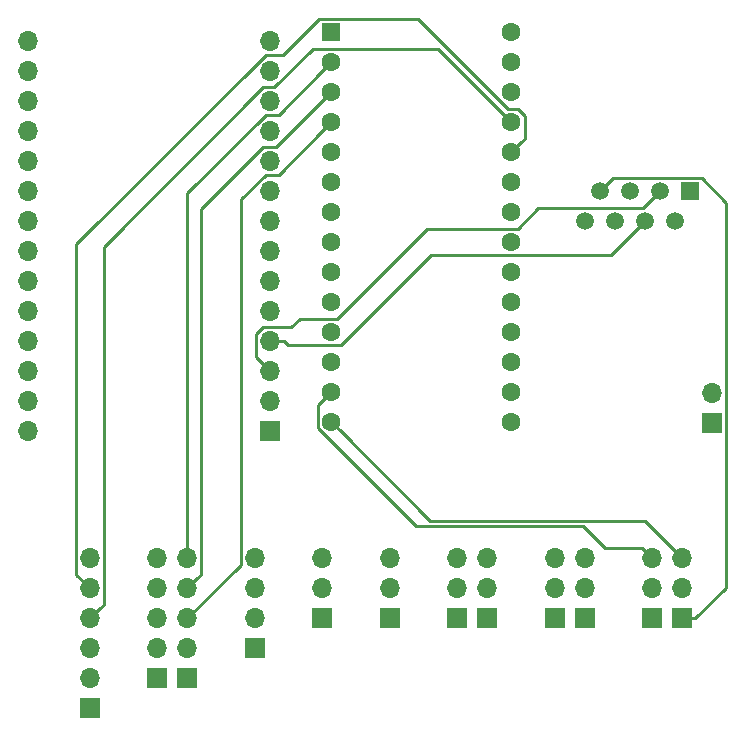
<source format=gbr>
G04 #@! TF.GenerationSoftware,KiCad,Pcbnew,(5.1.2)-2*
G04 #@! TF.CreationDate,2019-09-03T22:16:40-05:00*
G04 #@! TF.ProjectId,ControlBoardT4_Rev1,436f6e74-726f-46c4-926f-61726454345f,rev?*
G04 #@! TF.SameCoordinates,Original*
G04 #@! TF.FileFunction,Copper,L2,Bot*
G04 #@! TF.FilePolarity,Positive*
%FSLAX46Y46*%
G04 Gerber Fmt 4.6, Leading zero omitted, Abs format (unit mm)*
G04 Created by KiCad (PCBNEW (5.1.2)-2) date 2019-09-03 22:16:40*
%MOMM*%
%LPD*%
G04 APERTURE LIST*
%ADD10R,1.700000X1.700000*%
%ADD11O,1.700000X1.700000*%
%ADD12R,1.500000X1.500000*%
%ADD13C,1.500000*%
%ADD14C,1.600000*%
%ADD15R,1.600000X1.600000*%
%ADD16C,0.250000*%
G04 APERTURE END LIST*
D10*
X140970000Y-106680000D03*
D11*
X120470000Y-106680000D03*
X140970000Y-104140000D03*
X120470000Y-104140000D03*
X140970000Y-101600000D03*
X120470000Y-101600000D03*
X140970000Y-99060000D03*
X120470000Y-99060000D03*
X140970000Y-96520000D03*
X120470000Y-96520000D03*
X140970000Y-93980000D03*
X120470000Y-93980000D03*
X140970000Y-91440000D03*
X120470000Y-91440000D03*
X140970000Y-88900000D03*
X120470000Y-88900000D03*
X140970000Y-86360000D03*
X120470000Y-86360000D03*
X140970000Y-83820000D03*
X120470000Y-83820000D03*
X140970000Y-81280000D03*
X120470000Y-81280000D03*
X140970000Y-78740000D03*
X120470000Y-78740000D03*
X140970000Y-76200000D03*
X120470000Y-76200000D03*
X140970000Y-73660000D03*
X120470000Y-73660000D03*
D10*
X178435000Y-106045000D03*
D11*
X178435000Y-103505000D03*
X165100000Y-117475000D03*
X167640000Y-117475000D03*
X165100000Y-120015000D03*
X167640000Y-120015000D03*
D10*
X167640000Y-122555000D03*
X165100000Y-122555000D03*
X159385000Y-122555000D03*
D11*
X159385000Y-120015000D03*
X156845000Y-120015000D03*
X159385000Y-117475000D03*
X156845000Y-117475000D03*
D10*
X156845000Y-122555000D03*
X133985000Y-127635000D03*
D11*
X133985000Y-125095000D03*
X131445000Y-125095000D03*
X133985000Y-122555000D03*
X131445000Y-122555000D03*
X133985000Y-120015000D03*
X131445000Y-120015000D03*
X133985000Y-117475000D03*
X131445000Y-117475000D03*
D10*
X131445000Y-127635000D03*
X175895000Y-122555000D03*
D11*
X175895000Y-120015000D03*
X173355000Y-120015000D03*
X175895000Y-117475000D03*
X173355000Y-117475000D03*
D10*
X173355000Y-122555000D03*
X139700000Y-125095000D03*
D11*
X139700000Y-122555000D03*
X139700000Y-120015000D03*
X139700000Y-117475000D03*
D10*
X145415000Y-122555000D03*
D11*
X145415000Y-120015000D03*
X145415000Y-117475000D03*
X151130000Y-117475000D03*
X151130000Y-120015000D03*
D10*
X151130000Y-122555000D03*
D12*
X176530000Y-86360000D03*
D13*
X175260000Y-88900000D03*
X173990000Y-86360000D03*
X172720000Y-88900000D03*
X171450000Y-86360000D03*
X170180000Y-88900000D03*
X168910000Y-86360000D03*
X167640000Y-88900000D03*
D10*
X125730000Y-130175000D03*
D11*
X125730000Y-127635000D03*
X125730000Y-125095000D03*
X125730000Y-122555000D03*
X125730000Y-120015000D03*
X125730000Y-117475000D03*
D14*
X146177000Y-105918000D03*
X146177000Y-103378000D03*
X146177000Y-100838000D03*
X146177000Y-98298000D03*
X146177000Y-95758000D03*
X146177000Y-93218000D03*
X146177000Y-90678000D03*
X146177000Y-88138000D03*
X146177000Y-85598000D03*
X146177000Y-83058000D03*
X146177000Y-80518000D03*
X146177000Y-77978000D03*
X146177000Y-75438000D03*
D15*
X146177000Y-72898000D03*
D14*
X161417000Y-105918000D03*
X161417000Y-103378000D03*
X161417000Y-100838000D03*
X161417000Y-98298000D03*
X161417000Y-95758000D03*
X161417000Y-93218000D03*
X161417000Y-90678000D03*
X161417000Y-88138000D03*
X161417000Y-85598000D03*
X161417000Y-83058000D03*
X161417000Y-80518000D03*
X161417000Y-77978000D03*
X161417000Y-75438000D03*
X161417000Y-72898000D03*
D16*
X145051999Y-104503001D02*
X145377001Y-104177999D01*
X153344008Y-114750010D02*
X145051999Y-106458001D01*
X167455010Y-114750010D02*
X153344008Y-114750010D01*
X145051999Y-106458001D02*
X145051999Y-104503001D01*
X169330001Y-116625001D02*
X167455010Y-114750010D01*
X145377001Y-104177999D02*
X146177000Y-103378000D01*
X172505001Y-116625001D02*
X169330001Y-116625001D01*
X173355000Y-117475000D02*
X172505001Y-116625001D01*
X146976999Y-106717999D02*
X146177000Y-105918000D01*
X154559000Y-114300000D02*
X146976999Y-106717999D01*
X172720000Y-114300000D02*
X154559000Y-114300000D01*
X175895000Y-117475000D02*
X172720000Y-114300000D01*
X145377001Y-81317999D02*
X146177000Y-80518000D01*
X141699999Y-84995001D02*
X145377001Y-81317999D01*
X140595997Y-84995001D02*
X141699999Y-84995001D01*
X138524999Y-87065999D02*
X140595997Y-84995001D01*
X138524999Y-118015001D02*
X138524999Y-87065999D01*
X133985000Y-122555000D02*
X138524999Y-118015001D01*
X134834999Y-119165001D02*
X133985000Y-120015000D01*
X135160001Y-118839999D02*
X134834999Y-119165001D01*
X135160001Y-87890997D02*
X135160001Y-118839999D01*
X140405999Y-82644999D02*
X135160001Y-87890997D01*
X141510001Y-82644999D02*
X140405999Y-82644999D01*
X146177000Y-77978000D02*
X141510001Y-82644999D01*
X145377001Y-76237999D02*
X146177000Y-75438000D01*
X141699999Y-79915001D02*
X145377001Y-76237999D01*
X140595997Y-79915001D02*
X141699999Y-79915001D01*
X133985000Y-86525998D02*
X140595997Y-79915001D01*
X133985000Y-117475000D02*
X133985000Y-86525998D01*
X126579999Y-121705001D02*
X125730000Y-122555000D01*
X126905001Y-121379999D02*
X126579999Y-121705001D01*
X126905001Y-91065997D02*
X126905001Y-121379999D01*
X140405999Y-77564999D02*
X126905001Y-91065997D01*
X141344003Y-77564999D02*
X140405999Y-77564999D01*
X144596003Y-74312999D02*
X141344003Y-77564999D01*
X155211999Y-74312999D02*
X144596003Y-74312999D01*
X161417000Y-80518000D02*
X155211999Y-74312999D01*
X162542001Y-81932999D02*
X162216999Y-82258001D01*
X162542001Y-79977999D02*
X162542001Y-81932999D01*
X161957001Y-79392999D02*
X162542001Y-79977999D01*
X161166997Y-79392999D02*
X161957001Y-79392999D01*
X153546997Y-71772999D02*
X161166997Y-79392999D01*
X162216999Y-82258001D02*
X161417000Y-83058000D01*
X142054997Y-74835001D02*
X145116999Y-71772999D01*
X140595997Y-74835001D02*
X142054997Y-74835001D01*
X124554999Y-90875999D02*
X140595997Y-74835001D01*
X124554999Y-118839999D02*
X124554999Y-90875999D01*
X145116999Y-71772999D02*
X153546997Y-71772999D01*
X125730000Y-120015000D02*
X124554999Y-118839999D01*
X169659999Y-85610001D02*
X168910000Y-86360000D01*
X169985001Y-85284999D02*
X169659999Y-85610001D01*
X177540001Y-85284999D02*
X169985001Y-85284999D01*
X179610001Y-119939999D02*
X179610001Y-87354999D01*
X179610001Y-87354999D02*
X177540001Y-85284999D01*
X176995000Y-122555000D02*
X179610001Y-119939999D01*
X175895000Y-122555000D02*
X176995000Y-122555000D01*
X139794999Y-100424999D02*
X140120001Y-100750001D01*
X142780001Y-97884999D02*
X140405999Y-97884999D01*
X140120001Y-100750001D02*
X140970000Y-101600000D01*
X143492001Y-97172999D02*
X142780001Y-97884999D01*
X139794999Y-98495999D02*
X139794999Y-100424999D01*
X146667001Y-97172999D02*
X143492001Y-97172999D01*
X154287001Y-89552999D02*
X146667001Y-97172999D01*
X161957001Y-89552999D02*
X154287001Y-89552999D01*
X140405999Y-97884999D02*
X139794999Y-98495999D01*
X163685001Y-87824999D02*
X161957001Y-89552999D01*
X172525001Y-87824999D02*
X163685001Y-87824999D01*
X173990000Y-86360000D02*
X172525001Y-87824999D01*
X142535082Y-99423001D02*
X146956999Y-99423001D01*
X140970000Y-99060000D02*
X142172081Y-99060000D01*
X142172081Y-99060000D02*
X142535082Y-99423001D01*
X171970001Y-89649999D02*
X172720000Y-88900000D01*
X169816999Y-91803001D02*
X171970001Y-89649999D01*
X154576999Y-91803001D02*
X169816999Y-91803001D01*
X146956999Y-99423001D02*
X154576999Y-91803001D01*
M02*

</source>
